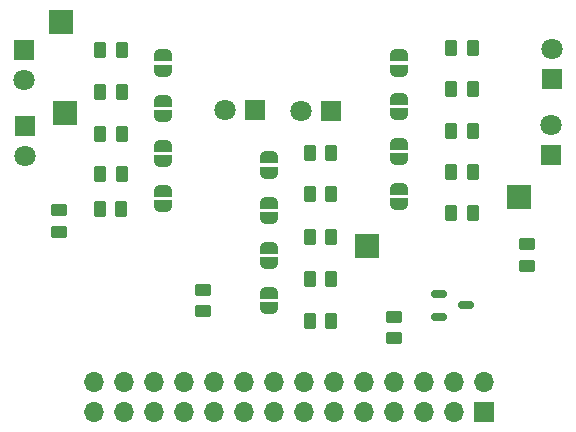
<source format=gbr>
%TF.GenerationSoftware,KiCad,Pcbnew,8.0.0*%
%TF.CreationDate,2024-03-24T12:33:32+02:00*%
%TF.ProjectId,Sensing systemV3,53656e73-696e-4672-9073-797374656d56,rev?*%
%TF.SameCoordinates,Original*%
%TF.FileFunction,Soldermask,Top*%
%TF.FilePolarity,Negative*%
%FSLAX46Y46*%
G04 Gerber Fmt 4.6, Leading zero omitted, Abs format (unit mm)*
G04 Created by KiCad (PCBNEW 8.0.0) date 2024-03-24 12:33:32*
%MOMM*%
%LPD*%
G01*
G04 APERTURE LIST*
G04 Aperture macros list*
%AMRoundRect*
0 Rectangle with rounded corners*
0 $1 Rounding radius*
0 $2 $3 $4 $5 $6 $7 $8 $9 X,Y pos of 4 corners*
0 Add a 4 corners polygon primitive as box body*
4,1,4,$2,$3,$4,$5,$6,$7,$8,$9,$2,$3,0*
0 Add four circle primitives for the rounded corners*
1,1,$1+$1,$2,$3*
1,1,$1+$1,$4,$5*
1,1,$1+$1,$6,$7*
1,1,$1+$1,$8,$9*
0 Add four rect primitives between the rounded corners*
20,1,$1+$1,$2,$3,$4,$5,0*
20,1,$1+$1,$4,$5,$6,$7,0*
20,1,$1+$1,$6,$7,$8,$9,0*
20,1,$1+$1,$8,$9,$2,$3,0*%
%AMFreePoly0*
4,1,19,0.500000,-0.750000,0.000000,-0.750000,0.000000,-0.744911,-0.071157,-0.744911,-0.207708,-0.704816,-0.327430,-0.627875,-0.420627,-0.520320,-0.479746,-0.390866,-0.500000,-0.250000,-0.500000,0.250000,-0.479746,0.390866,-0.420627,0.520320,-0.327430,0.627875,-0.207708,0.704816,-0.071157,0.744911,0.000000,0.744911,0.000000,0.750000,0.500000,0.750000,0.500000,-0.750000,0.500000,-0.750000,
$1*%
%AMFreePoly1*
4,1,19,0.000000,0.744911,0.071157,0.744911,0.207708,0.704816,0.327430,0.627875,0.420627,0.520320,0.479746,0.390866,0.500000,0.250000,0.500000,-0.250000,0.479746,-0.390866,0.420627,-0.520320,0.327430,-0.627875,0.207708,-0.704816,0.071157,-0.744911,0.000000,-0.744911,0.000000,-0.750000,-0.500000,-0.750000,-0.500000,0.750000,0.000000,0.750000,0.000000,0.744911,0.000000,0.744911,
$1*%
G04 Aperture macros list end*
%ADD10R,2.000000X2.000000*%
%ADD11RoundRect,0.250000X0.262500X0.450000X-0.262500X0.450000X-0.262500X-0.450000X0.262500X-0.450000X0*%
%ADD12RoundRect,0.250000X-0.450000X0.262500X-0.450000X-0.262500X0.450000X-0.262500X0.450000X0.262500X0*%
%ADD13FreePoly0,270.000000*%
%ADD14FreePoly1,270.000000*%
%ADD15RoundRect,0.250000X-0.262500X-0.450000X0.262500X-0.450000X0.262500X0.450000X-0.262500X0.450000X0*%
%ADD16R,1.800000X1.800000*%
%ADD17C,1.800000*%
%ADD18RoundRect,0.150000X-0.512500X-0.150000X0.512500X-0.150000X0.512500X0.150000X-0.512500X0.150000X0*%
%ADD19RoundRect,0.250000X0.450000X-0.262500X0.450000X0.262500X-0.450000X0.262500X-0.450000X-0.262500X0*%
%ADD20O,1.700000X1.700000*%
%ADD21R,1.700000X1.700000*%
G04 APERTURE END LIST*
D10*
%TO.C,TP3*%
X90424000Y-90119200D03*
%TD*%
D11*
%TO.C,R8*%
X69695000Y-83980000D03*
X67870000Y-83980000D03*
%TD*%
D12*
%TO.C,R2*%
X76581000Y-93827600D03*
X76581000Y-95652600D03*
%TD*%
D13*
%TO.C,JP4*%
X73152000Y-85450000D03*
D14*
X73152000Y-86750000D03*
%TD*%
D13*
%TO.C,JP1*%
X73152000Y-73964800D03*
D14*
X73152000Y-75264800D03*
%TD*%
D15*
%TO.C,R16*%
X97574400Y-76803200D03*
X99399400Y-76803200D03*
%TD*%
%TO.C,R14*%
X85600000Y-96434900D03*
X87425000Y-96434900D03*
%TD*%
D13*
%TO.C,JP12*%
X93152900Y-85283200D03*
D14*
X93152900Y-86583200D03*
%TD*%
D12*
%TO.C,R3*%
X103971400Y-89956800D03*
X103971400Y-91781800D03*
%TD*%
D13*
%TO.C,JP2*%
X73152000Y-77830000D03*
D14*
X73152000Y-79130000D03*
%TD*%
D12*
%TO.C,R1*%
X64389000Y-87071200D03*
X64389000Y-88896200D03*
%TD*%
D10*
%TO.C,TP2*%
X64566800Y-71170800D03*
%TD*%
D16*
%TO.C,D2*%
X80935000Y-78638400D03*
D17*
X78395000Y-78638400D03*
%TD*%
D13*
%TO.C,JP3*%
X73152000Y-81640000D03*
D14*
X73152000Y-82940000D03*
%TD*%
D13*
%TO.C,JP10*%
X93152900Y-77663200D03*
D14*
X93152900Y-78963200D03*
%TD*%
D16*
%TO.C,D5*%
X87440000Y-78643000D03*
D17*
X84900000Y-78643000D03*
%TD*%
D16*
%TO.C,D6*%
X106070400Y-82438400D03*
D17*
X106070400Y-79898400D03*
%TD*%
D15*
%TO.C,R13*%
X85600000Y-92940900D03*
X87425000Y-92940900D03*
%TD*%
%TO.C,R17*%
X97574400Y-80399200D03*
X99399400Y-80399200D03*
%TD*%
D13*
%TO.C,JP8*%
X82192600Y-94055900D03*
D14*
X82192600Y-95355900D03*
%TD*%
D15*
%TO.C,R10*%
X85600000Y-82209900D03*
X87425000Y-82209900D03*
%TD*%
D13*
%TO.C,JP6*%
X82192600Y-86435900D03*
D14*
X82192600Y-87735900D03*
%TD*%
D10*
%TO.C,TP4*%
X103327200Y-85953600D03*
%TD*%
D15*
%TO.C,R15*%
X97574400Y-73345200D03*
X99399400Y-73345200D03*
%TD*%
D10*
%TO.C,TP1*%
X64871600Y-78892400D03*
%TD*%
D13*
%TO.C,JP5*%
X82192600Y-82595900D03*
D14*
X82192600Y-83895900D03*
%TD*%
D11*
%TO.C,R9*%
X69637000Y-87020000D03*
X67812000Y-87020000D03*
%TD*%
%TO.C,R6*%
X69699000Y-77056000D03*
X67874000Y-77056000D03*
%TD*%
D18*
%TO.C,Q1*%
X96520000Y-94200000D03*
X96520000Y-96100000D03*
X98795000Y-95150000D03*
%TD*%
D16*
%TO.C,D4*%
X61441600Y-73507600D03*
D17*
X61441600Y-76047600D03*
%TD*%
D13*
%TO.C,JP9*%
X93152900Y-73965200D03*
D14*
X93152900Y-75265200D03*
%TD*%
D15*
%TO.C,R18*%
X97574400Y-83857200D03*
X99399400Y-83857200D03*
%TD*%
D13*
%TO.C,JP11*%
X93152900Y-81473200D03*
D14*
X93152900Y-82773200D03*
%TD*%
D15*
%TO.C,R11*%
X85600000Y-85734900D03*
X87425000Y-85734900D03*
%TD*%
%TO.C,R12*%
X85600000Y-89384900D03*
X87425000Y-89384900D03*
%TD*%
D13*
%TO.C,JP7*%
X82192600Y-90245900D03*
D14*
X82192600Y-91545900D03*
%TD*%
D19*
%TO.C,R4*%
X92700000Y-97925000D03*
X92700000Y-96100000D03*
%TD*%
D15*
%TO.C,R19*%
X97574400Y-87315200D03*
X99399400Y-87315200D03*
%TD*%
D11*
%TO.C,R7*%
X69695000Y-80612000D03*
X67870000Y-80612000D03*
%TD*%
%TO.C,R5*%
X69699000Y-73500000D03*
X67874000Y-73500000D03*
%TD*%
D16*
%TO.C,D1*%
X61468000Y-79972000D03*
D17*
X61468000Y-82512000D03*
%TD*%
D16*
%TO.C,D3*%
X106078400Y-75939800D03*
D17*
X106078400Y-73399800D03*
%TD*%
D20*
%TO.C,J1*%
X67310000Y-101600000D03*
X67310000Y-104140000D03*
X69850000Y-101600000D03*
X69850000Y-104140000D03*
X72390000Y-101600000D03*
X72390000Y-104140000D03*
X74930000Y-101600000D03*
X74930000Y-104140000D03*
X77470000Y-101600000D03*
X77470000Y-104140000D03*
X80010000Y-101600000D03*
X80010000Y-104140000D03*
X82550000Y-101600000D03*
X82550000Y-104140000D03*
X85090000Y-101600000D03*
X85090000Y-104140000D03*
X87630000Y-101600000D03*
X87630000Y-104140000D03*
X90170000Y-101600000D03*
X90170000Y-104140000D03*
X92710000Y-101600000D03*
X92710000Y-104140000D03*
X95250000Y-101600000D03*
X95250000Y-104140000D03*
X97790000Y-101600000D03*
X97790000Y-104140000D03*
X100330000Y-101600000D03*
D21*
X100330000Y-104140000D03*
%TD*%
M02*

</source>
